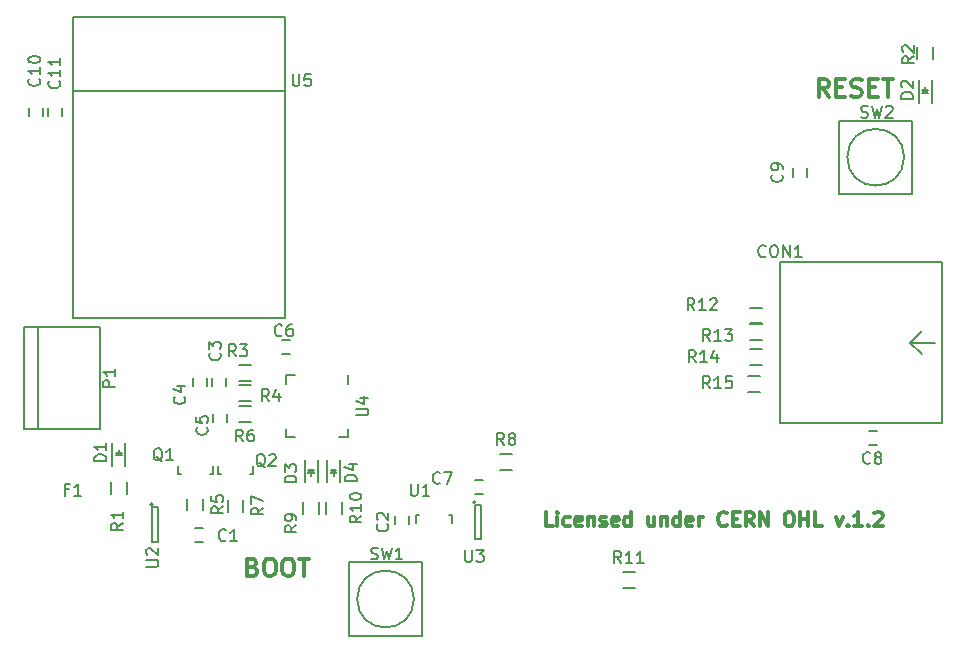
<source format=gto>
G04 #@! TF.GenerationSoftware,KiCad,Pcbnew,5.0.2-bee76a0~70~ubuntu18.04.1*
G04 #@! TF.CreationDate,2018-12-12T00:11:51+01:00*
G04 #@! TF.ProjectId,esp32-arduino,65737033-322d-4617-9264-75696e6f2e6b,1.0*
G04 #@! TF.SameCoordinates,Original*
G04 #@! TF.FileFunction,Legend,Top*
G04 #@! TF.FilePolarity,Positive*
%FSLAX46Y46*%
G04 Gerber Fmt 4.6, Leading zero omitted, Abs format (unit mm)*
G04 Created by KiCad (PCBNEW 5.0.2-bee76a0~70~ubuntu18.04.1) date Mi 12 Dez 2018 00:11:51 CET*
%MOMM*%
%LPD*%
G01*
G04 APERTURE LIST*
%ADD10C,0.300000*%
%ADD11C,0.150000*%
G04 APERTURE END LIST*
D10*
X64664285Y-123592857D02*
X64878571Y-123664285D01*
X64950000Y-123735714D01*
X65021428Y-123878571D01*
X65021428Y-124092857D01*
X64950000Y-124235714D01*
X64878571Y-124307142D01*
X64735714Y-124378571D01*
X64164285Y-124378571D01*
X64164285Y-122878571D01*
X64664285Y-122878571D01*
X64807142Y-122950000D01*
X64878571Y-123021428D01*
X64950000Y-123164285D01*
X64950000Y-123307142D01*
X64878571Y-123450000D01*
X64807142Y-123521428D01*
X64664285Y-123592857D01*
X64164285Y-123592857D01*
X65950000Y-122878571D02*
X66235714Y-122878571D01*
X66378571Y-122950000D01*
X66521428Y-123092857D01*
X66592857Y-123378571D01*
X66592857Y-123878571D01*
X66521428Y-124164285D01*
X66378571Y-124307142D01*
X66235714Y-124378571D01*
X65950000Y-124378571D01*
X65807142Y-124307142D01*
X65664285Y-124164285D01*
X65592857Y-123878571D01*
X65592857Y-123378571D01*
X65664285Y-123092857D01*
X65807142Y-122950000D01*
X65950000Y-122878571D01*
X67521428Y-122878571D02*
X67807142Y-122878571D01*
X67950000Y-122950000D01*
X68092857Y-123092857D01*
X68164285Y-123378571D01*
X68164285Y-123878571D01*
X68092857Y-124164285D01*
X67950000Y-124307142D01*
X67807142Y-124378571D01*
X67521428Y-124378571D01*
X67378571Y-124307142D01*
X67235714Y-124164285D01*
X67164285Y-123878571D01*
X67164285Y-123378571D01*
X67235714Y-123092857D01*
X67378571Y-122950000D01*
X67521428Y-122878571D01*
X68592857Y-122878571D02*
X69450000Y-122878571D01*
X69021428Y-124378571D02*
X69021428Y-122878571D01*
X113421428Y-83778571D02*
X112921428Y-83064285D01*
X112564285Y-83778571D02*
X112564285Y-82278571D01*
X113135714Y-82278571D01*
X113278571Y-82350000D01*
X113350000Y-82421428D01*
X113421428Y-82564285D01*
X113421428Y-82778571D01*
X113350000Y-82921428D01*
X113278571Y-82992857D01*
X113135714Y-83064285D01*
X112564285Y-83064285D01*
X114064285Y-82992857D02*
X114564285Y-82992857D01*
X114778571Y-83778571D02*
X114064285Y-83778571D01*
X114064285Y-82278571D01*
X114778571Y-82278571D01*
X115350000Y-83707142D02*
X115564285Y-83778571D01*
X115921428Y-83778571D01*
X116064285Y-83707142D01*
X116135714Y-83635714D01*
X116207142Y-83492857D01*
X116207142Y-83350000D01*
X116135714Y-83207142D01*
X116064285Y-83135714D01*
X115921428Y-83064285D01*
X115635714Y-82992857D01*
X115492857Y-82921428D01*
X115421428Y-82850000D01*
X115350000Y-82707142D01*
X115350000Y-82564285D01*
X115421428Y-82421428D01*
X115492857Y-82350000D01*
X115635714Y-82278571D01*
X115992857Y-82278571D01*
X116207142Y-82350000D01*
X116850000Y-82992857D02*
X117350000Y-82992857D01*
X117564285Y-83778571D02*
X116850000Y-83778571D01*
X116850000Y-82278571D01*
X117564285Y-82278571D01*
X117992857Y-82278571D02*
X118850000Y-82278571D01*
X118421428Y-83778571D02*
X118421428Y-82278571D01*
X90042857Y-120142857D02*
X89471428Y-120142857D01*
X89471428Y-118942857D01*
X90442857Y-120142857D02*
X90442857Y-119342857D01*
X90442857Y-118942857D02*
X90385714Y-119000000D01*
X90442857Y-119057142D01*
X90500000Y-119000000D01*
X90442857Y-118942857D01*
X90442857Y-119057142D01*
X91528571Y-120085714D02*
X91414285Y-120142857D01*
X91185714Y-120142857D01*
X91071428Y-120085714D01*
X91014285Y-120028571D01*
X90957142Y-119914285D01*
X90957142Y-119571428D01*
X91014285Y-119457142D01*
X91071428Y-119400000D01*
X91185714Y-119342857D01*
X91414285Y-119342857D01*
X91528571Y-119400000D01*
X92500000Y-120085714D02*
X92385714Y-120142857D01*
X92157142Y-120142857D01*
X92042857Y-120085714D01*
X91985714Y-119971428D01*
X91985714Y-119514285D01*
X92042857Y-119400000D01*
X92157142Y-119342857D01*
X92385714Y-119342857D01*
X92500000Y-119400000D01*
X92557142Y-119514285D01*
X92557142Y-119628571D01*
X91985714Y-119742857D01*
X93071428Y-119342857D02*
X93071428Y-120142857D01*
X93071428Y-119457142D02*
X93128571Y-119400000D01*
X93242857Y-119342857D01*
X93414285Y-119342857D01*
X93528571Y-119400000D01*
X93585714Y-119514285D01*
X93585714Y-120142857D01*
X94100000Y-120085714D02*
X94214285Y-120142857D01*
X94442857Y-120142857D01*
X94557142Y-120085714D01*
X94614285Y-119971428D01*
X94614285Y-119914285D01*
X94557142Y-119800000D01*
X94442857Y-119742857D01*
X94271428Y-119742857D01*
X94157142Y-119685714D01*
X94100000Y-119571428D01*
X94100000Y-119514285D01*
X94157142Y-119400000D01*
X94271428Y-119342857D01*
X94442857Y-119342857D01*
X94557142Y-119400000D01*
X95585714Y-120085714D02*
X95471428Y-120142857D01*
X95242857Y-120142857D01*
X95128571Y-120085714D01*
X95071428Y-119971428D01*
X95071428Y-119514285D01*
X95128571Y-119400000D01*
X95242857Y-119342857D01*
X95471428Y-119342857D01*
X95585714Y-119400000D01*
X95642857Y-119514285D01*
X95642857Y-119628571D01*
X95071428Y-119742857D01*
X96671428Y-120142857D02*
X96671428Y-118942857D01*
X96671428Y-120085714D02*
X96557142Y-120142857D01*
X96328571Y-120142857D01*
X96214285Y-120085714D01*
X96157142Y-120028571D01*
X96100000Y-119914285D01*
X96100000Y-119571428D01*
X96157142Y-119457142D01*
X96214285Y-119400000D01*
X96328571Y-119342857D01*
X96557142Y-119342857D01*
X96671428Y-119400000D01*
X98671428Y-119342857D02*
X98671428Y-120142857D01*
X98157142Y-119342857D02*
X98157142Y-119971428D01*
X98214285Y-120085714D01*
X98328571Y-120142857D01*
X98500000Y-120142857D01*
X98614285Y-120085714D01*
X98671428Y-120028571D01*
X99242857Y-119342857D02*
X99242857Y-120142857D01*
X99242857Y-119457142D02*
X99300000Y-119400000D01*
X99414285Y-119342857D01*
X99585714Y-119342857D01*
X99700000Y-119400000D01*
X99757142Y-119514285D01*
X99757142Y-120142857D01*
X100842857Y-120142857D02*
X100842857Y-118942857D01*
X100842857Y-120085714D02*
X100728571Y-120142857D01*
X100500000Y-120142857D01*
X100385714Y-120085714D01*
X100328571Y-120028571D01*
X100271428Y-119914285D01*
X100271428Y-119571428D01*
X100328571Y-119457142D01*
X100385714Y-119400000D01*
X100500000Y-119342857D01*
X100728571Y-119342857D01*
X100842857Y-119400000D01*
X101871428Y-120085714D02*
X101757142Y-120142857D01*
X101528571Y-120142857D01*
X101414285Y-120085714D01*
X101357142Y-119971428D01*
X101357142Y-119514285D01*
X101414285Y-119400000D01*
X101528571Y-119342857D01*
X101757142Y-119342857D01*
X101871428Y-119400000D01*
X101928571Y-119514285D01*
X101928571Y-119628571D01*
X101357142Y-119742857D01*
X102442857Y-120142857D02*
X102442857Y-119342857D01*
X102442857Y-119571428D02*
X102500000Y-119457142D01*
X102557142Y-119400000D01*
X102671428Y-119342857D01*
X102785714Y-119342857D01*
X104785714Y-120028571D02*
X104728571Y-120085714D01*
X104557142Y-120142857D01*
X104442857Y-120142857D01*
X104271428Y-120085714D01*
X104157142Y-119971428D01*
X104100000Y-119857142D01*
X104042857Y-119628571D01*
X104042857Y-119457142D01*
X104100000Y-119228571D01*
X104157142Y-119114285D01*
X104271428Y-119000000D01*
X104442857Y-118942857D01*
X104557142Y-118942857D01*
X104728571Y-119000000D01*
X104785714Y-119057142D01*
X105300000Y-119514285D02*
X105700000Y-119514285D01*
X105871428Y-120142857D02*
X105300000Y-120142857D01*
X105300000Y-118942857D01*
X105871428Y-118942857D01*
X107071428Y-120142857D02*
X106671428Y-119571428D01*
X106385714Y-120142857D02*
X106385714Y-118942857D01*
X106842857Y-118942857D01*
X106957142Y-119000000D01*
X107014285Y-119057142D01*
X107071428Y-119171428D01*
X107071428Y-119342857D01*
X107014285Y-119457142D01*
X106957142Y-119514285D01*
X106842857Y-119571428D01*
X106385714Y-119571428D01*
X107585714Y-120142857D02*
X107585714Y-118942857D01*
X108271428Y-120142857D01*
X108271428Y-118942857D01*
X109985714Y-118942857D02*
X110214285Y-118942857D01*
X110328571Y-119000000D01*
X110442857Y-119114285D01*
X110500000Y-119342857D01*
X110500000Y-119742857D01*
X110442857Y-119971428D01*
X110328571Y-120085714D01*
X110214285Y-120142857D01*
X109985714Y-120142857D01*
X109871428Y-120085714D01*
X109757142Y-119971428D01*
X109700000Y-119742857D01*
X109700000Y-119342857D01*
X109757142Y-119114285D01*
X109871428Y-119000000D01*
X109985714Y-118942857D01*
X111014285Y-120142857D02*
X111014285Y-118942857D01*
X111014285Y-119514285D02*
X111700000Y-119514285D01*
X111700000Y-120142857D02*
X111700000Y-118942857D01*
X112842857Y-120142857D02*
X112271428Y-120142857D01*
X112271428Y-118942857D01*
X114042857Y-119342857D02*
X114328571Y-120142857D01*
X114614285Y-119342857D01*
X115071428Y-120028571D02*
X115128571Y-120085714D01*
X115071428Y-120142857D01*
X115014285Y-120085714D01*
X115071428Y-120028571D01*
X115071428Y-120142857D01*
X116271428Y-120142857D02*
X115585714Y-120142857D01*
X115928571Y-120142857D02*
X115928571Y-118942857D01*
X115814285Y-119114285D01*
X115700000Y-119228571D01*
X115585714Y-119285714D01*
X116785714Y-120028571D02*
X116842857Y-120085714D01*
X116785714Y-120142857D01*
X116728571Y-120085714D01*
X116785714Y-120028571D01*
X116785714Y-120142857D01*
X117300000Y-119057142D02*
X117357142Y-119000000D01*
X117471428Y-118942857D01*
X117757142Y-118942857D01*
X117871428Y-119000000D01*
X117928571Y-119057142D01*
X117985714Y-119171428D01*
X117985714Y-119285714D01*
X117928571Y-119457142D01*
X117242857Y-120142857D01*
X117985714Y-120142857D01*
D11*
G04 #@! TO.C,C6*
X67150000Y-104400000D02*
X67850000Y-104400000D01*
X67850000Y-105600000D02*
X67150000Y-105600000D01*
G04 #@! TO.C,C1*
X60450000Y-121500000D02*
X59750000Y-121500000D01*
X59750000Y-120300000D02*
X60450000Y-120300000D01*
G04 #@! TO.C,C2*
X76700000Y-119950000D02*
X76700000Y-119250000D01*
X77900000Y-119250000D02*
X77900000Y-119950000D01*
G04 #@! TO.C,R1*
X52625000Y-117400000D02*
X52625000Y-116400000D01*
X53975000Y-116400000D02*
X53975000Y-117400000D01*
G04 #@! TO.C,R2*
X120925000Y-80600000D02*
X120925000Y-79600000D01*
X122275000Y-79600000D02*
X122275000Y-80600000D01*
G04 #@! TO.C,C3*
X61200000Y-108250000D02*
X61200000Y-107550000D01*
X62400000Y-107550000D02*
X62400000Y-108250000D01*
G04 #@! TO.C,C4*
X59600000Y-108250000D02*
X59600000Y-107550000D01*
X60800000Y-107550000D02*
X60800000Y-108250000D01*
G04 #@! TO.C,C10*
X46900000Y-84750000D02*
X46900000Y-85450000D01*
X45700000Y-85450000D02*
X45700000Y-84750000D01*
G04 #@! TO.C,C11*
X48500000Y-84700000D02*
X48500000Y-85400000D01*
X47300000Y-85400000D02*
X47300000Y-84700000D01*
G04 #@! TO.C,D1*
X53550000Y-113900000D02*
X53300000Y-114150000D01*
X53050000Y-113900000D02*
X53550000Y-113900000D01*
X53300000Y-114150000D02*
X53050000Y-113900000D01*
X53050000Y-114150000D02*
X53550000Y-114150000D01*
X53300000Y-114100000D02*
X53300000Y-113650000D01*
X52750000Y-115000000D02*
X52750000Y-113100000D01*
X53850000Y-115000000D02*
X53850000Y-113100000D01*
G04 #@! TO.C,U2*
X56150000Y-118550000D02*
X56150000Y-121450000D01*
X56150000Y-121450000D02*
X56650000Y-121450000D01*
X56650000Y-121450000D02*
X56650000Y-118550000D01*
X56650000Y-118550000D02*
X56150000Y-118550000D01*
X56200000Y-118300000D02*
G75*
G03X56200000Y-118300000I-100000J0D01*
G01*
G04 #@! TO.C,C5*
X62500000Y-110650000D02*
X62500000Y-111350000D01*
X61300000Y-111350000D02*
X61300000Y-110650000D01*
G04 #@! TO.C,C7*
X83450000Y-116200000D02*
X84150000Y-116200000D01*
X84150000Y-117400000D02*
X83450000Y-117400000D01*
G04 #@! TO.C,C8*
X117550000Y-113300000D02*
X116850000Y-113300000D01*
X116850000Y-112100000D02*
X117550000Y-112100000D01*
G04 #@! TO.C,C9*
X111600000Y-89850000D02*
X111600000Y-90550000D01*
X110400000Y-90550000D02*
X110400000Y-89850000D01*
G04 #@! TO.C,D2*
X121850000Y-83200000D02*
X121600000Y-83450000D01*
X121350000Y-83200000D02*
X121850000Y-83200000D01*
X121600000Y-83450000D02*
X121350000Y-83200000D01*
X121350000Y-83450000D02*
X121850000Y-83450000D01*
X121600000Y-83400000D02*
X121600000Y-82950000D01*
X121050000Y-84300000D02*
X121050000Y-82400000D01*
X122150000Y-84300000D02*
X122150000Y-82400000D01*
G04 #@! TO.C,D3*
X69350000Y-115600000D02*
X69600000Y-115350000D01*
X69850000Y-115600000D02*
X69350000Y-115600000D01*
X69600000Y-115350000D02*
X69850000Y-115600000D01*
X69850000Y-115350000D02*
X69350000Y-115350000D01*
X69600000Y-115400000D02*
X69600000Y-115850000D01*
X70150000Y-114500000D02*
X70150000Y-116400000D01*
X69050000Y-114500000D02*
X69050000Y-116400000D01*
G04 #@! TO.C,D4*
X71250000Y-115600000D02*
X71500000Y-115350000D01*
X71750000Y-115600000D02*
X71250000Y-115600000D01*
X71500000Y-115350000D02*
X71750000Y-115600000D01*
X71750000Y-115350000D02*
X71250000Y-115350000D01*
X71500000Y-115400000D02*
X71500000Y-115850000D01*
X72050000Y-114500000D02*
X72050000Y-116400000D01*
X70950000Y-114500000D02*
X70950000Y-116400000D01*
G04 #@! TO.C,P1*
X45282540Y-103249100D02*
X51687540Y-103249100D01*
X46512540Y-111949100D02*
X46512540Y-103249100D01*
X51687540Y-111949100D02*
X45282540Y-111949100D01*
X51687540Y-103249100D02*
X51687540Y-111949100D01*
X45282540Y-103249100D02*
X45282540Y-111949100D01*
G04 #@! TO.C,R3*
X64500000Y-107875000D02*
X63500000Y-107875000D01*
X63500000Y-106525000D02*
X64500000Y-106525000D01*
G04 #@! TO.C,R4*
X63500000Y-108225000D02*
X64500000Y-108225000D01*
X64500000Y-109575000D02*
X63500000Y-109575000D01*
G04 #@! TO.C,R5*
X60475000Y-117800000D02*
X60475000Y-118800000D01*
X59125000Y-118800000D02*
X59125000Y-117800000D01*
G04 #@! TO.C,R6*
X64500000Y-111275000D02*
X63500000Y-111275000D01*
X63500000Y-109925000D02*
X64500000Y-109925000D01*
G04 #@! TO.C,R7*
X63875000Y-117900000D02*
X63875000Y-118900000D01*
X62525000Y-118900000D02*
X62525000Y-117900000D01*
G04 #@! TO.C,R8*
X86600000Y-115375000D02*
X85600000Y-115375000D01*
X85600000Y-114025000D02*
X86600000Y-114025000D01*
G04 #@! TO.C,R9*
X70275000Y-118100000D02*
X70275000Y-119100000D01*
X68925000Y-119100000D02*
X68925000Y-118100000D01*
G04 #@! TO.C,R10*
X72175000Y-118100000D02*
X72175000Y-119100000D01*
X70825000Y-119100000D02*
X70825000Y-118100000D01*
G04 #@! TO.C,R11*
X96000000Y-124025000D02*
X97000000Y-124025000D01*
X97000000Y-125375000D02*
X96000000Y-125375000D01*
G04 #@! TO.C,U4*
X72725000Y-112625000D02*
X72725000Y-111875000D01*
X67475000Y-112625000D02*
X67475000Y-111875000D01*
X67475000Y-107375000D02*
X67475000Y-108125000D01*
X72725000Y-107375000D02*
X72725000Y-108125000D01*
X67475000Y-112625000D02*
X68225000Y-112625000D01*
X67475000Y-107375000D02*
X68225000Y-107375000D01*
X72725000Y-112625000D02*
X71975000Y-112625000D01*
G04 #@! TO.C,U5*
X49400000Y-83300000D02*
X67400000Y-83300000D01*
X49400000Y-102500000D02*
X49400000Y-77000000D01*
X67400000Y-102500000D02*
X49400000Y-102500000D01*
X67400000Y-77000000D02*
X67400000Y-102500000D01*
X49400000Y-77000000D02*
X67400000Y-77000000D01*
G04 #@! TO.C,Q1*
X58300180Y-115750240D02*
X58300180Y-115049200D01*
X58500840Y-115750240D02*
X58300180Y-115750240D01*
X61299820Y-115750240D02*
X61050900Y-115750240D01*
X61299820Y-115049200D02*
X61299820Y-115750240D01*
X58500840Y-115750240D02*
X58549100Y-115750240D01*
G04 #@! TO.C,Q2*
X61700180Y-115750240D02*
X61700180Y-115049200D01*
X61900840Y-115750240D02*
X61700180Y-115750240D01*
X64699820Y-115750240D02*
X64450900Y-115750240D01*
X64699820Y-115049200D02*
X64699820Y-115750240D01*
X61900840Y-115750240D02*
X61949100Y-115750240D01*
G04 #@! TO.C,U1*
X81499820Y-119149760D02*
X81499820Y-119850800D01*
X81299160Y-119149760D02*
X81499820Y-119149760D01*
X78500180Y-119149760D02*
X78749100Y-119149760D01*
X78500180Y-119850800D02*
X78500180Y-119149760D01*
X81299160Y-119149760D02*
X81250900Y-119149760D01*
G04 #@! TO.C,U3*
X83450000Y-118350000D02*
X83450000Y-121250000D01*
X83450000Y-121250000D02*
X83950000Y-121250000D01*
X83950000Y-121250000D02*
X83950000Y-118350000D01*
X83950000Y-118350000D02*
X83450000Y-118350000D01*
X83500000Y-118100000D02*
G75*
G03X83500000Y-118100000I-100000J0D01*
G01*
G04 #@! TO.C,SW1*
X78304163Y-126300000D02*
G75*
G03X78304163Y-126300000I-2404163J0D01*
G01*
X72800000Y-129400000D02*
X72800000Y-123200000D01*
X79000000Y-129400000D02*
X72800000Y-129400000D01*
X79000000Y-123200000D02*
X79000000Y-129400000D01*
X72800000Y-123200000D02*
X79000000Y-123200000D01*
G04 #@! TO.C,SW2*
X119804163Y-88900000D02*
G75*
G03X119804163Y-88900000I-2404163J0D01*
G01*
X114300000Y-92000000D02*
X114300000Y-85800000D01*
X120500000Y-92000000D02*
X114300000Y-92000000D01*
X120500000Y-85800000D02*
X120500000Y-92000000D01*
X114300000Y-85800000D02*
X120500000Y-85800000D01*
G04 #@! TO.C,CON1*
X121300000Y-105600000D02*
X120300000Y-104600000D01*
X120300000Y-104600000D02*
X121300000Y-103600000D01*
X122400000Y-104600000D02*
X120300000Y-104600000D01*
X123000000Y-111400000D02*
X109400000Y-111400000D01*
X123000000Y-97800000D02*
X123000000Y-111400000D01*
X109300000Y-97800000D02*
X123000000Y-97800000D01*
X109300000Y-111400000D02*
X109300000Y-97800000D01*
G04 #@! TO.C,R12*
X106800000Y-101625000D02*
X107800000Y-101625000D01*
X107800000Y-102975000D02*
X106800000Y-102975000D01*
G04 #@! TO.C,R13*
X107800000Y-104375000D02*
X106800000Y-104375000D01*
X106800000Y-103025000D02*
X107800000Y-103025000D01*
G04 #@! TO.C,R14*
X106800000Y-105125000D02*
X107800000Y-105125000D01*
X107800000Y-106475000D02*
X106800000Y-106475000D01*
G04 #@! TO.C,R15*
X107600000Y-108775000D02*
X106600000Y-108775000D01*
X106600000Y-107425000D02*
X107600000Y-107425000D01*
G04 #@! TO.C,C6*
X67133333Y-103957142D02*
X67085714Y-104004761D01*
X66942857Y-104052380D01*
X66847619Y-104052380D01*
X66704761Y-104004761D01*
X66609523Y-103909523D01*
X66561904Y-103814285D01*
X66514285Y-103623809D01*
X66514285Y-103480952D01*
X66561904Y-103290476D01*
X66609523Y-103195238D01*
X66704761Y-103100000D01*
X66847619Y-103052380D01*
X66942857Y-103052380D01*
X67085714Y-103100000D01*
X67133333Y-103147619D01*
X67990476Y-103052380D02*
X67800000Y-103052380D01*
X67704761Y-103100000D01*
X67657142Y-103147619D01*
X67561904Y-103290476D01*
X67514285Y-103480952D01*
X67514285Y-103861904D01*
X67561904Y-103957142D01*
X67609523Y-104004761D01*
X67704761Y-104052380D01*
X67895238Y-104052380D01*
X67990476Y-104004761D01*
X68038095Y-103957142D01*
X68085714Y-103861904D01*
X68085714Y-103623809D01*
X68038095Y-103528571D01*
X67990476Y-103480952D01*
X67895238Y-103433333D01*
X67704761Y-103433333D01*
X67609523Y-103480952D01*
X67561904Y-103528571D01*
X67514285Y-103623809D01*
G04 #@! TO.C,C1*
X62383333Y-121307142D02*
X62335714Y-121354761D01*
X62192857Y-121402380D01*
X62097619Y-121402380D01*
X61954761Y-121354761D01*
X61859523Y-121259523D01*
X61811904Y-121164285D01*
X61764285Y-120973809D01*
X61764285Y-120830952D01*
X61811904Y-120640476D01*
X61859523Y-120545238D01*
X61954761Y-120450000D01*
X62097619Y-120402380D01*
X62192857Y-120402380D01*
X62335714Y-120450000D01*
X62383333Y-120497619D01*
X63335714Y-121402380D02*
X62764285Y-121402380D01*
X63050000Y-121402380D02*
X63050000Y-120402380D01*
X62954761Y-120545238D01*
X62859523Y-120640476D01*
X62764285Y-120688095D01*
G04 #@! TO.C,C2*
X76057142Y-119966666D02*
X76104761Y-120014285D01*
X76152380Y-120157142D01*
X76152380Y-120252380D01*
X76104761Y-120395238D01*
X76009523Y-120490476D01*
X75914285Y-120538095D01*
X75723809Y-120585714D01*
X75580952Y-120585714D01*
X75390476Y-120538095D01*
X75295238Y-120490476D01*
X75200000Y-120395238D01*
X75152380Y-120252380D01*
X75152380Y-120157142D01*
X75200000Y-120014285D01*
X75247619Y-119966666D01*
X75247619Y-119585714D02*
X75200000Y-119538095D01*
X75152380Y-119442857D01*
X75152380Y-119204761D01*
X75200000Y-119109523D01*
X75247619Y-119061904D01*
X75342857Y-119014285D01*
X75438095Y-119014285D01*
X75580952Y-119061904D01*
X76152380Y-119633333D01*
X76152380Y-119014285D01*
G04 #@! TO.C,R1*
X53652380Y-119866666D02*
X53176190Y-120200000D01*
X53652380Y-120438095D02*
X52652380Y-120438095D01*
X52652380Y-120057142D01*
X52700000Y-119961904D01*
X52747619Y-119914285D01*
X52842857Y-119866666D01*
X52985714Y-119866666D01*
X53080952Y-119914285D01*
X53128571Y-119961904D01*
X53176190Y-120057142D01*
X53176190Y-120438095D01*
X53652380Y-118914285D02*
X53652380Y-119485714D01*
X53652380Y-119200000D02*
X52652380Y-119200000D01*
X52795238Y-119295238D01*
X52890476Y-119390476D01*
X52938095Y-119485714D01*
G04 #@! TO.C,R2*
X120652380Y-80366666D02*
X120176190Y-80700000D01*
X120652380Y-80938095D02*
X119652380Y-80938095D01*
X119652380Y-80557142D01*
X119700000Y-80461904D01*
X119747619Y-80414285D01*
X119842857Y-80366666D01*
X119985714Y-80366666D01*
X120080952Y-80414285D01*
X120128571Y-80461904D01*
X120176190Y-80557142D01*
X120176190Y-80938095D01*
X119747619Y-79985714D02*
X119700000Y-79938095D01*
X119652380Y-79842857D01*
X119652380Y-79604761D01*
X119700000Y-79509523D01*
X119747619Y-79461904D01*
X119842857Y-79414285D01*
X119938095Y-79414285D01*
X120080952Y-79461904D01*
X120652380Y-80033333D01*
X120652380Y-79414285D01*
G04 #@! TO.C,C3*
X61857142Y-105466666D02*
X61904761Y-105514285D01*
X61952380Y-105657142D01*
X61952380Y-105752380D01*
X61904761Y-105895238D01*
X61809523Y-105990476D01*
X61714285Y-106038095D01*
X61523809Y-106085714D01*
X61380952Y-106085714D01*
X61190476Y-106038095D01*
X61095238Y-105990476D01*
X61000000Y-105895238D01*
X60952380Y-105752380D01*
X60952380Y-105657142D01*
X61000000Y-105514285D01*
X61047619Y-105466666D01*
X60952380Y-105133333D02*
X60952380Y-104514285D01*
X61333333Y-104847619D01*
X61333333Y-104704761D01*
X61380952Y-104609523D01*
X61428571Y-104561904D01*
X61523809Y-104514285D01*
X61761904Y-104514285D01*
X61857142Y-104561904D01*
X61904761Y-104609523D01*
X61952380Y-104704761D01*
X61952380Y-104990476D01*
X61904761Y-105085714D01*
X61857142Y-105133333D01*
G04 #@! TO.C,C4*
X58857142Y-109166666D02*
X58904761Y-109214285D01*
X58952380Y-109357142D01*
X58952380Y-109452380D01*
X58904761Y-109595238D01*
X58809523Y-109690476D01*
X58714285Y-109738095D01*
X58523809Y-109785714D01*
X58380952Y-109785714D01*
X58190476Y-109738095D01*
X58095238Y-109690476D01*
X58000000Y-109595238D01*
X57952380Y-109452380D01*
X57952380Y-109357142D01*
X58000000Y-109214285D01*
X58047619Y-109166666D01*
X58285714Y-108309523D02*
X58952380Y-108309523D01*
X57904761Y-108547619D02*
X58619047Y-108785714D01*
X58619047Y-108166666D01*
G04 #@! TO.C,C10*
X46557142Y-82242857D02*
X46604761Y-82290476D01*
X46652380Y-82433333D01*
X46652380Y-82528571D01*
X46604761Y-82671428D01*
X46509523Y-82766666D01*
X46414285Y-82814285D01*
X46223809Y-82861904D01*
X46080952Y-82861904D01*
X45890476Y-82814285D01*
X45795238Y-82766666D01*
X45700000Y-82671428D01*
X45652380Y-82528571D01*
X45652380Y-82433333D01*
X45700000Y-82290476D01*
X45747619Y-82242857D01*
X46652380Y-81290476D02*
X46652380Y-81861904D01*
X46652380Y-81576190D02*
X45652380Y-81576190D01*
X45795238Y-81671428D01*
X45890476Y-81766666D01*
X45938095Y-81861904D01*
X45652380Y-80671428D02*
X45652380Y-80576190D01*
X45700000Y-80480952D01*
X45747619Y-80433333D01*
X45842857Y-80385714D01*
X46033333Y-80338095D01*
X46271428Y-80338095D01*
X46461904Y-80385714D01*
X46557142Y-80433333D01*
X46604761Y-80480952D01*
X46652380Y-80576190D01*
X46652380Y-80671428D01*
X46604761Y-80766666D01*
X46557142Y-80814285D01*
X46461904Y-80861904D01*
X46271428Y-80909523D01*
X46033333Y-80909523D01*
X45842857Y-80861904D01*
X45747619Y-80814285D01*
X45700000Y-80766666D01*
X45652380Y-80671428D01*
G04 #@! TO.C,C11*
X48257142Y-82442857D02*
X48304761Y-82490476D01*
X48352380Y-82633333D01*
X48352380Y-82728571D01*
X48304761Y-82871428D01*
X48209523Y-82966666D01*
X48114285Y-83014285D01*
X47923809Y-83061904D01*
X47780952Y-83061904D01*
X47590476Y-83014285D01*
X47495238Y-82966666D01*
X47400000Y-82871428D01*
X47352380Y-82728571D01*
X47352380Y-82633333D01*
X47400000Y-82490476D01*
X47447619Y-82442857D01*
X48352380Y-81490476D02*
X48352380Y-82061904D01*
X48352380Y-81776190D02*
X47352380Y-81776190D01*
X47495238Y-81871428D01*
X47590476Y-81966666D01*
X47638095Y-82061904D01*
X48352380Y-80538095D02*
X48352380Y-81109523D01*
X48352380Y-80823809D02*
X47352380Y-80823809D01*
X47495238Y-80919047D01*
X47590476Y-81014285D01*
X47638095Y-81109523D01*
G04 #@! TO.C,D1*
X52252380Y-114638095D02*
X51252380Y-114638095D01*
X51252380Y-114400000D01*
X51300000Y-114257142D01*
X51395238Y-114161904D01*
X51490476Y-114114285D01*
X51680952Y-114066666D01*
X51823809Y-114066666D01*
X52014285Y-114114285D01*
X52109523Y-114161904D01*
X52204761Y-114257142D01*
X52252380Y-114400000D01*
X52252380Y-114638095D01*
X52252380Y-113114285D02*
X52252380Y-113685714D01*
X52252380Y-113400000D02*
X51252380Y-113400000D01*
X51395238Y-113495238D01*
X51490476Y-113590476D01*
X51538095Y-113685714D01*
G04 #@! TO.C,U2*
X55652380Y-123561904D02*
X56461904Y-123561904D01*
X56557142Y-123514285D01*
X56604761Y-123466666D01*
X56652380Y-123371428D01*
X56652380Y-123180952D01*
X56604761Y-123085714D01*
X56557142Y-123038095D01*
X56461904Y-122990476D01*
X55652380Y-122990476D01*
X55747619Y-122561904D02*
X55700000Y-122514285D01*
X55652380Y-122419047D01*
X55652380Y-122180952D01*
X55700000Y-122085714D01*
X55747619Y-122038095D01*
X55842857Y-121990476D01*
X55938095Y-121990476D01*
X56080952Y-122038095D01*
X56652380Y-122609523D01*
X56652380Y-121990476D01*
G04 #@! TO.C,C5*
X60757142Y-111766666D02*
X60804761Y-111814285D01*
X60852380Y-111957142D01*
X60852380Y-112052380D01*
X60804761Y-112195238D01*
X60709523Y-112290476D01*
X60614285Y-112338095D01*
X60423809Y-112385714D01*
X60280952Y-112385714D01*
X60090476Y-112338095D01*
X59995238Y-112290476D01*
X59900000Y-112195238D01*
X59852380Y-112052380D01*
X59852380Y-111957142D01*
X59900000Y-111814285D01*
X59947619Y-111766666D01*
X59852380Y-110861904D02*
X59852380Y-111338095D01*
X60328571Y-111385714D01*
X60280952Y-111338095D01*
X60233333Y-111242857D01*
X60233333Y-111004761D01*
X60280952Y-110909523D01*
X60328571Y-110861904D01*
X60423809Y-110814285D01*
X60661904Y-110814285D01*
X60757142Y-110861904D01*
X60804761Y-110909523D01*
X60852380Y-111004761D01*
X60852380Y-111242857D01*
X60804761Y-111338095D01*
X60757142Y-111385714D01*
G04 #@! TO.C,C7*
X80533333Y-116457142D02*
X80485714Y-116504761D01*
X80342857Y-116552380D01*
X80247619Y-116552380D01*
X80104761Y-116504761D01*
X80009523Y-116409523D01*
X79961904Y-116314285D01*
X79914285Y-116123809D01*
X79914285Y-115980952D01*
X79961904Y-115790476D01*
X80009523Y-115695238D01*
X80104761Y-115600000D01*
X80247619Y-115552380D01*
X80342857Y-115552380D01*
X80485714Y-115600000D01*
X80533333Y-115647619D01*
X80866666Y-115552380D02*
X81533333Y-115552380D01*
X81104761Y-116552380D01*
G04 #@! TO.C,C8*
X116933333Y-114757142D02*
X116885714Y-114804761D01*
X116742857Y-114852380D01*
X116647619Y-114852380D01*
X116504761Y-114804761D01*
X116409523Y-114709523D01*
X116361904Y-114614285D01*
X116314285Y-114423809D01*
X116314285Y-114280952D01*
X116361904Y-114090476D01*
X116409523Y-113995238D01*
X116504761Y-113900000D01*
X116647619Y-113852380D01*
X116742857Y-113852380D01*
X116885714Y-113900000D01*
X116933333Y-113947619D01*
X117504761Y-114280952D02*
X117409523Y-114233333D01*
X117361904Y-114185714D01*
X117314285Y-114090476D01*
X117314285Y-114042857D01*
X117361904Y-113947619D01*
X117409523Y-113900000D01*
X117504761Y-113852380D01*
X117695238Y-113852380D01*
X117790476Y-113900000D01*
X117838095Y-113947619D01*
X117885714Y-114042857D01*
X117885714Y-114090476D01*
X117838095Y-114185714D01*
X117790476Y-114233333D01*
X117695238Y-114280952D01*
X117504761Y-114280952D01*
X117409523Y-114328571D01*
X117361904Y-114376190D01*
X117314285Y-114471428D01*
X117314285Y-114661904D01*
X117361904Y-114757142D01*
X117409523Y-114804761D01*
X117504761Y-114852380D01*
X117695238Y-114852380D01*
X117790476Y-114804761D01*
X117838095Y-114757142D01*
X117885714Y-114661904D01*
X117885714Y-114471428D01*
X117838095Y-114376190D01*
X117790476Y-114328571D01*
X117695238Y-114280952D01*
G04 #@! TO.C,C9*
X109457142Y-90366666D02*
X109504761Y-90414285D01*
X109552380Y-90557142D01*
X109552380Y-90652380D01*
X109504761Y-90795238D01*
X109409523Y-90890476D01*
X109314285Y-90938095D01*
X109123809Y-90985714D01*
X108980952Y-90985714D01*
X108790476Y-90938095D01*
X108695238Y-90890476D01*
X108600000Y-90795238D01*
X108552380Y-90652380D01*
X108552380Y-90557142D01*
X108600000Y-90414285D01*
X108647619Y-90366666D01*
X109552380Y-89890476D02*
X109552380Y-89700000D01*
X109504761Y-89604761D01*
X109457142Y-89557142D01*
X109314285Y-89461904D01*
X109123809Y-89414285D01*
X108742857Y-89414285D01*
X108647619Y-89461904D01*
X108600000Y-89509523D01*
X108552380Y-89604761D01*
X108552380Y-89795238D01*
X108600000Y-89890476D01*
X108647619Y-89938095D01*
X108742857Y-89985714D01*
X108980952Y-89985714D01*
X109076190Y-89938095D01*
X109123809Y-89890476D01*
X109171428Y-89795238D01*
X109171428Y-89604761D01*
X109123809Y-89509523D01*
X109076190Y-89461904D01*
X108980952Y-89414285D01*
G04 #@! TO.C,D2*
X120552380Y-83938095D02*
X119552380Y-83938095D01*
X119552380Y-83700000D01*
X119600000Y-83557142D01*
X119695238Y-83461904D01*
X119790476Y-83414285D01*
X119980952Y-83366666D01*
X120123809Y-83366666D01*
X120314285Y-83414285D01*
X120409523Y-83461904D01*
X120504761Y-83557142D01*
X120552380Y-83700000D01*
X120552380Y-83938095D01*
X119647619Y-82985714D02*
X119600000Y-82938095D01*
X119552380Y-82842857D01*
X119552380Y-82604761D01*
X119600000Y-82509523D01*
X119647619Y-82461904D01*
X119742857Y-82414285D01*
X119838095Y-82414285D01*
X119980952Y-82461904D01*
X120552380Y-83033333D01*
X120552380Y-82414285D01*
G04 #@! TO.C,D3*
X68352380Y-116438095D02*
X67352380Y-116438095D01*
X67352380Y-116200000D01*
X67400000Y-116057142D01*
X67495238Y-115961904D01*
X67590476Y-115914285D01*
X67780952Y-115866666D01*
X67923809Y-115866666D01*
X68114285Y-115914285D01*
X68209523Y-115961904D01*
X68304761Y-116057142D01*
X68352380Y-116200000D01*
X68352380Y-116438095D01*
X67352380Y-115533333D02*
X67352380Y-114914285D01*
X67733333Y-115247619D01*
X67733333Y-115104761D01*
X67780952Y-115009523D01*
X67828571Y-114961904D01*
X67923809Y-114914285D01*
X68161904Y-114914285D01*
X68257142Y-114961904D01*
X68304761Y-115009523D01*
X68352380Y-115104761D01*
X68352380Y-115390476D01*
X68304761Y-115485714D01*
X68257142Y-115533333D01*
G04 #@! TO.C,D4*
X73452380Y-116338095D02*
X72452380Y-116338095D01*
X72452380Y-116100000D01*
X72500000Y-115957142D01*
X72595238Y-115861904D01*
X72690476Y-115814285D01*
X72880952Y-115766666D01*
X73023809Y-115766666D01*
X73214285Y-115814285D01*
X73309523Y-115861904D01*
X73404761Y-115957142D01*
X73452380Y-116100000D01*
X73452380Y-116338095D01*
X72785714Y-114909523D02*
X73452380Y-114909523D01*
X72404761Y-115147619D02*
X73119047Y-115385714D01*
X73119047Y-114766666D01*
G04 #@! TO.C,P1*
X53002380Y-108338095D02*
X52002380Y-108338095D01*
X52002380Y-107957142D01*
X52050000Y-107861904D01*
X52097619Y-107814285D01*
X52192857Y-107766666D01*
X52335714Y-107766666D01*
X52430952Y-107814285D01*
X52478571Y-107861904D01*
X52526190Y-107957142D01*
X52526190Y-108338095D01*
X53002380Y-106814285D02*
X53002380Y-107385714D01*
X53002380Y-107100000D02*
X52002380Y-107100000D01*
X52145238Y-107195238D01*
X52240476Y-107290476D01*
X52288095Y-107385714D01*
G04 #@! TO.C,R3*
X63233333Y-105752380D02*
X62900000Y-105276190D01*
X62661904Y-105752380D02*
X62661904Y-104752380D01*
X63042857Y-104752380D01*
X63138095Y-104800000D01*
X63185714Y-104847619D01*
X63233333Y-104942857D01*
X63233333Y-105085714D01*
X63185714Y-105180952D01*
X63138095Y-105228571D01*
X63042857Y-105276190D01*
X62661904Y-105276190D01*
X63566666Y-104752380D02*
X64185714Y-104752380D01*
X63852380Y-105133333D01*
X63995238Y-105133333D01*
X64090476Y-105180952D01*
X64138095Y-105228571D01*
X64185714Y-105323809D01*
X64185714Y-105561904D01*
X64138095Y-105657142D01*
X64090476Y-105704761D01*
X63995238Y-105752380D01*
X63709523Y-105752380D01*
X63614285Y-105704761D01*
X63566666Y-105657142D01*
G04 #@! TO.C,R4*
X66033333Y-109552380D02*
X65700000Y-109076190D01*
X65461904Y-109552380D02*
X65461904Y-108552380D01*
X65842857Y-108552380D01*
X65938095Y-108600000D01*
X65985714Y-108647619D01*
X66033333Y-108742857D01*
X66033333Y-108885714D01*
X65985714Y-108980952D01*
X65938095Y-109028571D01*
X65842857Y-109076190D01*
X65461904Y-109076190D01*
X66890476Y-108885714D02*
X66890476Y-109552380D01*
X66652380Y-108504761D02*
X66414285Y-109219047D01*
X67033333Y-109219047D01*
G04 #@! TO.C,R5*
X62152380Y-118466666D02*
X61676190Y-118800000D01*
X62152380Y-119038095D02*
X61152380Y-119038095D01*
X61152380Y-118657142D01*
X61200000Y-118561904D01*
X61247619Y-118514285D01*
X61342857Y-118466666D01*
X61485714Y-118466666D01*
X61580952Y-118514285D01*
X61628571Y-118561904D01*
X61676190Y-118657142D01*
X61676190Y-119038095D01*
X61152380Y-117561904D02*
X61152380Y-118038095D01*
X61628571Y-118085714D01*
X61580952Y-118038095D01*
X61533333Y-117942857D01*
X61533333Y-117704761D01*
X61580952Y-117609523D01*
X61628571Y-117561904D01*
X61723809Y-117514285D01*
X61961904Y-117514285D01*
X62057142Y-117561904D01*
X62104761Y-117609523D01*
X62152380Y-117704761D01*
X62152380Y-117942857D01*
X62104761Y-118038095D01*
X62057142Y-118085714D01*
G04 #@! TO.C,R6*
X63833333Y-112952380D02*
X63500000Y-112476190D01*
X63261904Y-112952380D02*
X63261904Y-111952380D01*
X63642857Y-111952380D01*
X63738095Y-112000000D01*
X63785714Y-112047619D01*
X63833333Y-112142857D01*
X63833333Y-112285714D01*
X63785714Y-112380952D01*
X63738095Y-112428571D01*
X63642857Y-112476190D01*
X63261904Y-112476190D01*
X64690476Y-111952380D02*
X64500000Y-111952380D01*
X64404761Y-112000000D01*
X64357142Y-112047619D01*
X64261904Y-112190476D01*
X64214285Y-112380952D01*
X64214285Y-112761904D01*
X64261904Y-112857142D01*
X64309523Y-112904761D01*
X64404761Y-112952380D01*
X64595238Y-112952380D01*
X64690476Y-112904761D01*
X64738095Y-112857142D01*
X64785714Y-112761904D01*
X64785714Y-112523809D01*
X64738095Y-112428571D01*
X64690476Y-112380952D01*
X64595238Y-112333333D01*
X64404761Y-112333333D01*
X64309523Y-112380952D01*
X64261904Y-112428571D01*
X64214285Y-112523809D01*
G04 #@! TO.C,R7*
X65552380Y-118566666D02*
X65076190Y-118900000D01*
X65552380Y-119138095D02*
X64552380Y-119138095D01*
X64552380Y-118757142D01*
X64600000Y-118661904D01*
X64647619Y-118614285D01*
X64742857Y-118566666D01*
X64885714Y-118566666D01*
X64980952Y-118614285D01*
X65028571Y-118661904D01*
X65076190Y-118757142D01*
X65076190Y-119138095D01*
X64552380Y-118233333D02*
X64552380Y-117566666D01*
X65552380Y-117995238D01*
G04 #@! TO.C,R8*
X85933333Y-113252380D02*
X85600000Y-112776190D01*
X85361904Y-113252380D02*
X85361904Y-112252380D01*
X85742857Y-112252380D01*
X85838095Y-112300000D01*
X85885714Y-112347619D01*
X85933333Y-112442857D01*
X85933333Y-112585714D01*
X85885714Y-112680952D01*
X85838095Y-112728571D01*
X85742857Y-112776190D01*
X85361904Y-112776190D01*
X86504761Y-112680952D02*
X86409523Y-112633333D01*
X86361904Y-112585714D01*
X86314285Y-112490476D01*
X86314285Y-112442857D01*
X86361904Y-112347619D01*
X86409523Y-112300000D01*
X86504761Y-112252380D01*
X86695238Y-112252380D01*
X86790476Y-112300000D01*
X86838095Y-112347619D01*
X86885714Y-112442857D01*
X86885714Y-112490476D01*
X86838095Y-112585714D01*
X86790476Y-112633333D01*
X86695238Y-112680952D01*
X86504761Y-112680952D01*
X86409523Y-112728571D01*
X86361904Y-112776190D01*
X86314285Y-112871428D01*
X86314285Y-113061904D01*
X86361904Y-113157142D01*
X86409523Y-113204761D01*
X86504761Y-113252380D01*
X86695238Y-113252380D01*
X86790476Y-113204761D01*
X86838095Y-113157142D01*
X86885714Y-113061904D01*
X86885714Y-112871428D01*
X86838095Y-112776190D01*
X86790476Y-112728571D01*
X86695238Y-112680952D01*
G04 #@! TO.C,R9*
X68352380Y-120066666D02*
X67876190Y-120400000D01*
X68352380Y-120638095D02*
X67352380Y-120638095D01*
X67352380Y-120257142D01*
X67400000Y-120161904D01*
X67447619Y-120114285D01*
X67542857Y-120066666D01*
X67685714Y-120066666D01*
X67780952Y-120114285D01*
X67828571Y-120161904D01*
X67876190Y-120257142D01*
X67876190Y-120638095D01*
X68352380Y-119590476D02*
X68352380Y-119400000D01*
X68304761Y-119304761D01*
X68257142Y-119257142D01*
X68114285Y-119161904D01*
X67923809Y-119114285D01*
X67542857Y-119114285D01*
X67447619Y-119161904D01*
X67400000Y-119209523D01*
X67352380Y-119304761D01*
X67352380Y-119495238D01*
X67400000Y-119590476D01*
X67447619Y-119638095D01*
X67542857Y-119685714D01*
X67780952Y-119685714D01*
X67876190Y-119638095D01*
X67923809Y-119590476D01*
X67971428Y-119495238D01*
X67971428Y-119304761D01*
X67923809Y-119209523D01*
X67876190Y-119161904D01*
X67780952Y-119114285D01*
G04 #@! TO.C,R10*
X73852380Y-119242857D02*
X73376190Y-119576190D01*
X73852380Y-119814285D02*
X72852380Y-119814285D01*
X72852380Y-119433333D01*
X72900000Y-119338095D01*
X72947619Y-119290476D01*
X73042857Y-119242857D01*
X73185714Y-119242857D01*
X73280952Y-119290476D01*
X73328571Y-119338095D01*
X73376190Y-119433333D01*
X73376190Y-119814285D01*
X73852380Y-118290476D02*
X73852380Y-118861904D01*
X73852380Y-118576190D02*
X72852380Y-118576190D01*
X72995238Y-118671428D01*
X73090476Y-118766666D01*
X73138095Y-118861904D01*
X72852380Y-117671428D02*
X72852380Y-117576190D01*
X72900000Y-117480952D01*
X72947619Y-117433333D01*
X73042857Y-117385714D01*
X73233333Y-117338095D01*
X73471428Y-117338095D01*
X73661904Y-117385714D01*
X73757142Y-117433333D01*
X73804761Y-117480952D01*
X73852380Y-117576190D01*
X73852380Y-117671428D01*
X73804761Y-117766666D01*
X73757142Y-117814285D01*
X73661904Y-117861904D01*
X73471428Y-117909523D01*
X73233333Y-117909523D01*
X73042857Y-117861904D01*
X72947619Y-117814285D01*
X72900000Y-117766666D01*
X72852380Y-117671428D01*
G04 #@! TO.C,R11*
X95857142Y-123252380D02*
X95523809Y-122776190D01*
X95285714Y-123252380D02*
X95285714Y-122252380D01*
X95666666Y-122252380D01*
X95761904Y-122300000D01*
X95809523Y-122347619D01*
X95857142Y-122442857D01*
X95857142Y-122585714D01*
X95809523Y-122680952D01*
X95761904Y-122728571D01*
X95666666Y-122776190D01*
X95285714Y-122776190D01*
X96809523Y-123252380D02*
X96238095Y-123252380D01*
X96523809Y-123252380D02*
X96523809Y-122252380D01*
X96428571Y-122395238D01*
X96333333Y-122490476D01*
X96238095Y-122538095D01*
X97761904Y-123252380D02*
X97190476Y-123252380D01*
X97476190Y-123252380D02*
X97476190Y-122252380D01*
X97380952Y-122395238D01*
X97285714Y-122490476D01*
X97190476Y-122538095D01*
G04 #@! TO.C,U4*
X73427380Y-110761904D02*
X74236904Y-110761904D01*
X74332142Y-110714285D01*
X74379761Y-110666666D01*
X74427380Y-110571428D01*
X74427380Y-110380952D01*
X74379761Y-110285714D01*
X74332142Y-110238095D01*
X74236904Y-110190476D01*
X73427380Y-110190476D01*
X73760714Y-109285714D02*
X74427380Y-109285714D01*
X73379761Y-109523809D02*
X74094047Y-109761904D01*
X74094047Y-109142857D01*
G04 #@! TO.C,U5*
X68038095Y-81852380D02*
X68038095Y-82661904D01*
X68085714Y-82757142D01*
X68133333Y-82804761D01*
X68228571Y-82852380D01*
X68419047Y-82852380D01*
X68514285Y-82804761D01*
X68561904Y-82757142D01*
X68609523Y-82661904D01*
X68609523Y-81852380D01*
X69561904Y-81852380D02*
X69085714Y-81852380D01*
X69038095Y-82328571D01*
X69085714Y-82280952D01*
X69180952Y-82233333D01*
X69419047Y-82233333D01*
X69514285Y-82280952D01*
X69561904Y-82328571D01*
X69609523Y-82423809D01*
X69609523Y-82661904D01*
X69561904Y-82757142D01*
X69514285Y-82804761D01*
X69419047Y-82852380D01*
X69180952Y-82852380D01*
X69085714Y-82804761D01*
X69038095Y-82757142D01*
G04 #@! TO.C,Q1*
X57004761Y-114647619D02*
X56909523Y-114600000D01*
X56814285Y-114504761D01*
X56671428Y-114361904D01*
X56576190Y-114314285D01*
X56480952Y-114314285D01*
X56528571Y-114552380D02*
X56433333Y-114504761D01*
X56338095Y-114409523D01*
X56290476Y-114219047D01*
X56290476Y-113885714D01*
X56338095Y-113695238D01*
X56433333Y-113600000D01*
X56528571Y-113552380D01*
X56719047Y-113552380D01*
X56814285Y-113600000D01*
X56909523Y-113695238D01*
X56957142Y-113885714D01*
X56957142Y-114219047D01*
X56909523Y-114409523D01*
X56814285Y-114504761D01*
X56719047Y-114552380D01*
X56528571Y-114552380D01*
X57909523Y-114552380D02*
X57338095Y-114552380D01*
X57623809Y-114552380D02*
X57623809Y-113552380D01*
X57528571Y-113695238D01*
X57433333Y-113790476D01*
X57338095Y-113838095D01*
G04 #@! TO.C,Q2*
X65704761Y-115147619D02*
X65609523Y-115100000D01*
X65514285Y-115004761D01*
X65371428Y-114861904D01*
X65276190Y-114814285D01*
X65180952Y-114814285D01*
X65228571Y-115052380D02*
X65133333Y-115004761D01*
X65038095Y-114909523D01*
X64990476Y-114719047D01*
X64990476Y-114385714D01*
X65038095Y-114195238D01*
X65133333Y-114100000D01*
X65228571Y-114052380D01*
X65419047Y-114052380D01*
X65514285Y-114100000D01*
X65609523Y-114195238D01*
X65657142Y-114385714D01*
X65657142Y-114719047D01*
X65609523Y-114909523D01*
X65514285Y-115004761D01*
X65419047Y-115052380D01*
X65228571Y-115052380D01*
X66038095Y-114147619D02*
X66085714Y-114100000D01*
X66180952Y-114052380D01*
X66419047Y-114052380D01*
X66514285Y-114100000D01*
X66561904Y-114147619D01*
X66609523Y-114242857D01*
X66609523Y-114338095D01*
X66561904Y-114480952D01*
X65990476Y-115052380D01*
X66609523Y-115052380D01*
G04 #@! TO.C,F1*
X49066666Y-117028571D02*
X48733333Y-117028571D01*
X48733333Y-117552380D02*
X48733333Y-116552380D01*
X49209523Y-116552380D01*
X50114285Y-117552380D02*
X49542857Y-117552380D01*
X49828571Y-117552380D02*
X49828571Y-116552380D01*
X49733333Y-116695238D01*
X49638095Y-116790476D01*
X49542857Y-116838095D01*
G04 #@! TO.C,U1*
X78038095Y-116552380D02*
X78038095Y-117361904D01*
X78085714Y-117457142D01*
X78133333Y-117504761D01*
X78228571Y-117552380D01*
X78419047Y-117552380D01*
X78514285Y-117504761D01*
X78561904Y-117457142D01*
X78609523Y-117361904D01*
X78609523Y-116552380D01*
X79609523Y-117552380D02*
X79038095Y-117552380D01*
X79323809Y-117552380D02*
X79323809Y-116552380D01*
X79228571Y-116695238D01*
X79133333Y-116790476D01*
X79038095Y-116838095D01*
G04 #@! TO.C,U3*
X82638095Y-122152380D02*
X82638095Y-122961904D01*
X82685714Y-123057142D01*
X82733333Y-123104761D01*
X82828571Y-123152380D01*
X83019047Y-123152380D01*
X83114285Y-123104761D01*
X83161904Y-123057142D01*
X83209523Y-122961904D01*
X83209523Y-122152380D01*
X83590476Y-122152380D02*
X84209523Y-122152380D01*
X83876190Y-122533333D01*
X84019047Y-122533333D01*
X84114285Y-122580952D01*
X84161904Y-122628571D01*
X84209523Y-122723809D01*
X84209523Y-122961904D01*
X84161904Y-123057142D01*
X84114285Y-123104761D01*
X84019047Y-123152380D01*
X83733333Y-123152380D01*
X83638095Y-123104761D01*
X83590476Y-123057142D01*
G04 #@! TO.C,SW1*
X74666666Y-122904761D02*
X74809523Y-122952380D01*
X75047619Y-122952380D01*
X75142857Y-122904761D01*
X75190476Y-122857142D01*
X75238095Y-122761904D01*
X75238095Y-122666666D01*
X75190476Y-122571428D01*
X75142857Y-122523809D01*
X75047619Y-122476190D01*
X74857142Y-122428571D01*
X74761904Y-122380952D01*
X74714285Y-122333333D01*
X74666666Y-122238095D01*
X74666666Y-122142857D01*
X74714285Y-122047619D01*
X74761904Y-122000000D01*
X74857142Y-121952380D01*
X75095238Y-121952380D01*
X75238095Y-122000000D01*
X75571428Y-121952380D02*
X75809523Y-122952380D01*
X76000000Y-122238095D01*
X76190476Y-122952380D01*
X76428571Y-121952380D01*
X77333333Y-122952380D02*
X76761904Y-122952380D01*
X77047619Y-122952380D02*
X77047619Y-121952380D01*
X76952380Y-122095238D01*
X76857142Y-122190476D01*
X76761904Y-122238095D01*
G04 #@! TO.C,SW2*
X116166666Y-85504761D02*
X116309523Y-85552380D01*
X116547619Y-85552380D01*
X116642857Y-85504761D01*
X116690476Y-85457142D01*
X116738095Y-85361904D01*
X116738095Y-85266666D01*
X116690476Y-85171428D01*
X116642857Y-85123809D01*
X116547619Y-85076190D01*
X116357142Y-85028571D01*
X116261904Y-84980952D01*
X116214285Y-84933333D01*
X116166666Y-84838095D01*
X116166666Y-84742857D01*
X116214285Y-84647619D01*
X116261904Y-84600000D01*
X116357142Y-84552380D01*
X116595238Y-84552380D01*
X116738095Y-84600000D01*
X117071428Y-84552380D02*
X117309523Y-85552380D01*
X117500000Y-84838095D01*
X117690476Y-85552380D01*
X117928571Y-84552380D01*
X118261904Y-84647619D02*
X118309523Y-84600000D01*
X118404761Y-84552380D01*
X118642857Y-84552380D01*
X118738095Y-84600000D01*
X118785714Y-84647619D01*
X118833333Y-84742857D01*
X118833333Y-84838095D01*
X118785714Y-84980952D01*
X118214285Y-85552380D01*
X118833333Y-85552380D01*
G04 #@! TO.C,CON1*
X108085714Y-97257142D02*
X108038095Y-97304761D01*
X107895238Y-97352380D01*
X107800000Y-97352380D01*
X107657142Y-97304761D01*
X107561904Y-97209523D01*
X107514285Y-97114285D01*
X107466666Y-96923809D01*
X107466666Y-96780952D01*
X107514285Y-96590476D01*
X107561904Y-96495238D01*
X107657142Y-96400000D01*
X107800000Y-96352380D01*
X107895238Y-96352380D01*
X108038095Y-96400000D01*
X108085714Y-96447619D01*
X108704761Y-96352380D02*
X108895238Y-96352380D01*
X108990476Y-96400000D01*
X109085714Y-96495238D01*
X109133333Y-96685714D01*
X109133333Y-97019047D01*
X109085714Y-97209523D01*
X108990476Y-97304761D01*
X108895238Y-97352380D01*
X108704761Y-97352380D01*
X108609523Y-97304761D01*
X108514285Y-97209523D01*
X108466666Y-97019047D01*
X108466666Y-96685714D01*
X108514285Y-96495238D01*
X108609523Y-96400000D01*
X108704761Y-96352380D01*
X109561904Y-97352380D02*
X109561904Y-96352380D01*
X110133333Y-97352380D01*
X110133333Y-96352380D01*
X111133333Y-97352380D02*
X110561904Y-97352380D01*
X110847619Y-97352380D02*
X110847619Y-96352380D01*
X110752380Y-96495238D01*
X110657142Y-96590476D01*
X110561904Y-96638095D01*
G04 #@! TO.C,R12*
X102057142Y-101852380D02*
X101723809Y-101376190D01*
X101485714Y-101852380D02*
X101485714Y-100852380D01*
X101866666Y-100852380D01*
X101961904Y-100900000D01*
X102009523Y-100947619D01*
X102057142Y-101042857D01*
X102057142Y-101185714D01*
X102009523Y-101280952D01*
X101961904Y-101328571D01*
X101866666Y-101376190D01*
X101485714Y-101376190D01*
X103009523Y-101852380D02*
X102438095Y-101852380D01*
X102723809Y-101852380D02*
X102723809Y-100852380D01*
X102628571Y-100995238D01*
X102533333Y-101090476D01*
X102438095Y-101138095D01*
X103390476Y-100947619D02*
X103438095Y-100900000D01*
X103533333Y-100852380D01*
X103771428Y-100852380D01*
X103866666Y-100900000D01*
X103914285Y-100947619D01*
X103961904Y-101042857D01*
X103961904Y-101138095D01*
X103914285Y-101280952D01*
X103342857Y-101852380D01*
X103961904Y-101852380D01*
G04 #@! TO.C,R13*
X103357142Y-104452380D02*
X103023809Y-103976190D01*
X102785714Y-104452380D02*
X102785714Y-103452380D01*
X103166666Y-103452380D01*
X103261904Y-103500000D01*
X103309523Y-103547619D01*
X103357142Y-103642857D01*
X103357142Y-103785714D01*
X103309523Y-103880952D01*
X103261904Y-103928571D01*
X103166666Y-103976190D01*
X102785714Y-103976190D01*
X104309523Y-104452380D02*
X103738095Y-104452380D01*
X104023809Y-104452380D02*
X104023809Y-103452380D01*
X103928571Y-103595238D01*
X103833333Y-103690476D01*
X103738095Y-103738095D01*
X104642857Y-103452380D02*
X105261904Y-103452380D01*
X104928571Y-103833333D01*
X105071428Y-103833333D01*
X105166666Y-103880952D01*
X105214285Y-103928571D01*
X105261904Y-104023809D01*
X105261904Y-104261904D01*
X105214285Y-104357142D01*
X105166666Y-104404761D01*
X105071428Y-104452380D01*
X104785714Y-104452380D01*
X104690476Y-104404761D01*
X104642857Y-104357142D01*
G04 #@! TO.C,R14*
X102157142Y-106252380D02*
X101823809Y-105776190D01*
X101585714Y-106252380D02*
X101585714Y-105252380D01*
X101966666Y-105252380D01*
X102061904Y-105300000D01*
X102109523Y-105347619D01*
X102157142Y-105442857D01*
X102157142Y-105585714D01*
X102109523Y-105680952D01*
X102061904Y-105728571D01*
X101966666Y-105776190D01*
X101585714Y-105776190D01*
X103109523Y-106252380D02*
X102538095Y-106252380D01*
X102823809Y-106252380D02*
X102823809Y-105252380D01*
X102728571Y-105395238D01*
X102633333Y-105490476D01*
X102538095Y-105538095D01*
X103966666Y-105585714D02*
X103966666Y-106252380D01*
X103728571Y-105204761D02*
X103490476Y-105919047D01*
X104109523Y-105919047D01*
G04 #@! TO.C,R15*
X103357142Y-108452380D02*
X103023809Y-107976190D01*
X102785714Y-108452380D02*
X102785714Y-107452380D01*
X103166666Y-107452380D01*
X103261904Y-107500000D01*
X103309523Y-107547619D01*
X103357142Y-107642857D01*
X103357142Y-107785714D01*
X103309523Y-107880952D01*
X103261904Y-107928571D01*
X103166666Y-107976190D01*
X102785714Y-107976190D01*
X104309523Y-108452380D02*
X103738095Y-108452380D01*
X104023809Y-108452380D02*
X104023809Y-107452380D01*
X103928571Y-107595238D01*
X103833333Y-107690476D01*
X103738095Y-107738095D01*
X105214285Y-107452380D02*
X104738095Y-107452380D01*
X104690476Y-107928571D01*
X104738095Y-107880952D01*
X104833333Y-107833333D01*
X105071428Y-107833333D01*
X105166666Y-107880952D01*
X105214285Y-107928571D01*
X105261904Y-108023809D01*
X105261904Y-108261904D01*
X105214285Y-108357142D01*
X105166666Y-108404761D01*
X105071428Y-108452380D01*
X104833333Y-108452380D01*
X104738095Y-108404761D01*
X104690476Y-108357142D01*
G04 #@! TD*
M02*

</source>
